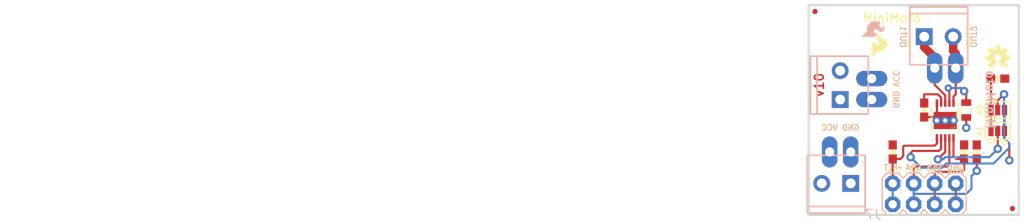
<source format=kicad_pcb>
(kicad_pcb (version 20211014) (generator pcbnew)
  (layers (0 "F.Cu" signal) (1 "In1.Cu" signal) (2 "In2.Cu" signal) (31 "B.Cu" signal) (34 "B.Paste" user) (35 "F.Paste" user) (36 "B.SilkS" user "B.Silkscreen") (37 "F.SilkS" user "F.Silkscreen") (38 "B.Mask" user) (39 "F.Mask" user) (44 "Edge.Cuts" user))
  (net 0 "")
  (net 1 "VCC")
  (net 2 "GND")
  (net 3 "~{FAULT}")
  (net 4 "SCL")
  (net 5 "SDA")
  (net 6 "A0")
  (net 7 "A1")
  (net 8 "N$3")
  (net 9 "OUT1")
  (net 10 "OUT2")
  (net 11 "N$1")
  (footprint "boardEagle:0603-RES" (layer "F.Cu") (at 145.9611 110.0836 90)
    (fp_text reference "R4" (at -0.889 -0.762 90) (layer "F.SilkS") (effects (font (size 0.373888 0.373888) (thickness 0.032512)) (justify left bottom)))
    (fp_text value "10K")
    (fp_poly (pts (xy -0.2286 0.381) (xy 0.2286 0.381) (xy 0.2286 -0.381) (xy -0.2286 -0.381)) (layer "F.SilkS") (width 0) (fill solid))
    (pad "1" smd rect (at -0.85 0 90) (size 1.1 1) (layers "F.Cu" "F.Paste" "F.Mask") (net 3 "~{FAULT}"))
    (pad "2" smd rect (at 0.85 0 90) (size 1.1 1) (layers "F.Cu" "F.Paste" "F.Mask") (net 1 "VCC"))
  )
  (footprint "boardEagle:MICRO-FIDUCIAL" (layer "F.Cu") (at 160.4391 116.9416)
    (fp_text reference "FID2" hide)
    (fp_text value "FIDUCIALUFIDUCIAL" hide)
    (pad "1" smd roundrect (at 0 0) (size 0.635 0.635) (layers "F.Cu" "F.Mask") (roundrect_rratio 0.5))
  )
  (footprint "boardEagle:MSOP-10-GNDPAD" (layer "F.Cu") (at 152.3111 106.2736 180)
    (fp_text reference "U1" (at -1.35 -0.7 180) (layer "F.SilkS") (effects (font (size 0.373888 0.373888) (thickness 0.032512)) (justify right top)))
    (fp_text value "DRV8830")
    (fp_line (start -1.6508 -1.5) (end -1.6508 1.5) (layer "F.SilkS") (width 0.127))
    (fp_line (start 1.6508 -1.5) (end 1.6508 1.5) (layer "F.SilkS") (width 0.127))
    (fp_circle (center -1.5494 1.9812) (end -1.4927 1.9812) (layer "F.SilkS") (width 0.127) (fill none))
    (pad "1" smd rect (at -1 2.1095 180) (size 0.305 0.889) (layers "F.Cu" "F.Paste" "F.Mask") (net 10 "OUT2"))
    (pad "2" smd rect (at -0.5 2.1095 180) (size 0.305 0.889) (layers "F.Cu" "F.Paste" "F.Mask") (net 8 "N$3"))
    (pad "3" smd rect (at 0 2.1095 180) (size 0.305 0.889) (layers "F.Cu" "F.Paste" "F.Mask") (net 9 "OUT1"))
    (pad "4" smd rect (at 0.5 2.1095 180) (size 0.305 0.889) (layers "F.Cu" "F.Paste" "F.Mask") (net 1 "VCC"))
    (pad "5" smd rect (at 1 2.1095 180) (size 0.305 0.889) (layers "F.Cu" "F.Paste" "F.Mask") (net 2 "GND"))
    (pad "6" smd rect (at 1 -2.1095 180) (size 0.305 0.889) (layers "F.Cu" "F.Paste" "F.Mask") (net 3 "~{FAULT}"))
    (pad "7" smd rect (at 0.5 -2.1095 180) (size 0.305 0.889) (layers "F.Cu" "F.Paste" "F.Mask") (net 6 "A0"))
    (pad "8" smd rect (at 0 -2.1095 180) (size 0.305 0.889) (layers "F.Cu" "F.Paste" "F.Mask") (net 7 "A1"))
    (pad "9" smd rect (at -0.5 -2.1095 180) (size 0.305 0.889) (layers "F.Cu" "F.Paste" "F.Mask") (net 5 "SDA"))
    (pad "10" smd rect (at -1 -2.1095 180) (size 0.305 0.889) (layers "F.Cu" "F.Paste" "F.Mask") (net 4 "SCL"))
    (pad "GND" smd rect (at 0 0 180) (size 2.794 2.083) (layers "F.Cu" "F.Mask") (net 2 "GND"))
  )
  (footprint "boardEagle:0805" (layer "F.Cu") (at 154.8511 105.0036 90)
    (fp_text reference "R3" (at -0.762 -0.8255 90) (layer "F.SilkS") (effects (font (size 0.373888 0.373888) (thickness 0.032512)) (justify left bottom)))
    (fp_text value "0.22")
    (fp_line (start -0.3 -0.6) (end 0.3 -0.6) (layer "F.SilkS") (width 0.1524))
    (fp_line (start -0.3 0.6) (end 0.3 0.6) (layer "F.SilkS") (width 0.1524))
    (pad "1" smd rect (at -0.9 0 90) (size 0.8 1.2) (layers "F.Cu" "F.Paste" "F.Mask") (net 2 "GND"))
    (pad "2" smd rect (at 0.9 0 90) (size 0.8 1.2) (layers "F.Cu" "F.Paste" "F.Mask") (net 8 "N$3"))
  )
  (footprint "boardEagle:0603-RES" (layer "F.Cu") (at 154.5971 110.0836 90)
    (fp_text reference "R1" (at -0.889 -0.762 90) (layer "F.SilkS") (effects (font (size 0.373888 0.373888) (thickness 0.032512)) (justify left bottom)))
    (fp_text value "1K")
    (fp_poly (pts (xy -0.2286 0.381) (xy 0.2286 0.381) (xy 0.2286 -0.381) (xy -0.2286 -0.381)) (layer "F.SilkS") (width 0) (fill solid))
    (pad "1" smd rect (at -0.85 0 90) (size 1.1 1) (layers "F.Cu" "F.Paste" "F.Mask") (net 4 "SCL"))
    (pad "2" smd rect (at 0.85 0 90) (size 1.1 1) (layers "F.Cu" "F.Paste" "F.Mask") (net 1 "VCC"))
  )
  (footprint "boardEagle:SFE-LOGO-FLAME" (layer "F.Cu") (at 143.4211 98.6536)
    (fp_text reference "LOGO1" hide)
    (fp_text value "LOGO-SFESK" hide)
    (fp_poly (pts (xy 1.126002 -2.808203) (xy 1.215449 -2.785829) (xy 1.228477 -2.780783) (xy 1.240149 -2.774875) (xy 1.25686 -2.766576) (xy 1.275552 -2.759834) (xy 1.371694 -2.7026) (xy 1.3793 -2.7026) (xy 1.3793 -2.6772) (xy 1.306833 -2.6772) (xy 1.208418 -2.657914) (xy 1.074855 -2.495286) (xy 1.079365 -2.436825) (xy 1.12809 -2.341869) (xy 1.204666 -2.265196) (xy 1.294069 -2.200638) (xy 1.369348 -2.168824) (xy 1.450737 -2.171632) (xy 1.458864 -2.174186) (xy 1.466257 -2.177389) (xy 1.530514 -2.236956) (xy 1.5368 -2.259812) (xy 1.5368 -2.377938) (xy 1.763707 -2.148127) (xy 1.868186 -1.856841) (xy 1.871603 -1.856894) (xy 1.87806 -1.650435) (xy 1.848857 -1.45742) (xy 1.785308 -1.272842) (xy 1.6663 -1.061578) (xy 1.6663 -1.080581) (xy 1.378131 -0.80901) (xy 0.982239 -0.6985) (xy 0.753005 -0.6985) (xy 0.716201 -0.692046) (xy 0.681776 -0.679592) (xy 0.496322 -0.541784) (xy -0.0126 0.03091) (xy -0.0126 -1.52077) (xy 0.060004 -1.761967) (xy 0.168295 -1.865489) (xy 0.307122 -1.917522) (xy 0.4039 -1.925089) (xy 0.499384 -1.917623) (xy 0.55991 -1.908099) (xy 0.557788 -1.884433) (xy 0.522216 -1.885242) (xy 0.501784 -1.876141) (xy 0.420519 -1.817154) (xy 0.400722 -1.79067) (xy 0.390395 -1.7285) (xy 0.400905 -1.665229) (xy 0.421405 -1.625174) (xy 0.452343 -1.592685) (xy 0.546535 -1.54355) (xy 0.652229 -1.531742) (xy 0.742768 -1.550084) (xy 0.82422 -1.589656) (xy 0.92203 -1.754659) (xy 0.907706 -1.848844) (xy 0.850914 -1.930401) (xy 0.584707 -2.263237) (xy 0.561667 -2.510855) (xy 0.627495 -2.621556) (xy 0.629042 -2.623103) (xy 0.778901 -2.74712) (xy 1.032676 -2.817064)) (layer "F.SilkS") (width 0) (fill solid))
  )
  (footprint "boardEagle:CREATIVE_COMMONS" (layer "F.Cu") (at 58.3311 106.2736)
    (fp_text reference "FRAME1" hide)
    (fp_text value "FRAME-LETTER" hide)
  )
  (footprint "boardEagle:0603-RES" (layer "F.Cu") (at 158.6611 101.1936)
    (fp_text reference "R5" (at -0.889 -0.762) (layer "F.SilkS") (effects (font (size 0.373888 0.373888) (thickness 0.032512)) (justify left bottom)))
    (fp_text value "10K")
    (fp_poly (pts (xy -0.2286 0.381) (xy 0.2286 0.381) (xy 0.2286 -0.381) (xy -0.2286 -0.381)) (layer "F.SilkS") (width 0) (fill solid))
    (pad "1" smd rect (at -0.85 0) (size 1.1 1) (layers "F.Cu" "F.Paste" "F.Mask") (net 11 "N$1"))
    (pad "2" smd rect (at 0.85 0) (size 1.1 1) (layers "F.Cu" "F.Paste" "F.Mask") (net 1 "VCC"))
  )
  (footprint "boardEagle:OSHW-LOGO-S" (layer "F.Cu") (at 158.6611 98.6536)
    (fp_text reference "LOGO2" hide)
    (fp_text value "OSHW-LOGOS" hide)
    (fp_poly (pts (xy 0.301647 -1.061351) (xy 0.42347 -1.022344) (xy 0.537177 -0.963769) (xy 0.92862 -1.282946) (xy 1.282946 -0.92862) (xy 0.961035 -0.533823) (xy 1.057046 -0.302084) (xy 1.5638 -0.250561) (xy 1.5638 0.250561) (xy 1.057046 0.302084) (xy 0.961035 0.533823) (xy 1.282946 0.92862) (xy 0.92862 1.282946) (xy 0.537177 0.96377) (xy 0.356601 1.056794) (xy 0.088679 0.410073) (xy 0.326262 0.2176) (xy 0.373649 0.121468) (xy 0.392729 0.010339) (xy 0.379464 -0.101634) (xy 0.334947 -0.205229) (xy 0.262842 -0.291918) (xy 0.169087 -0.354561) (xy 0.061406 -0.387999) (xy -0.051342 -0.38948) (xy -0.159868 -0.358881) (xy -0.255234 -0.298724) (xy -0.329589 -0.213962) (xy -0.376813 -0.111569) (xy -0.392176 -0.005767) (xy -0.322923 0.222565) (xy -0.249312 0.303773) (xy 0.091677 0.5081) (xy -0.12929 0.5081) (xy -0.355332 1.053732) (xy -0.506597 0.983577) (xy -0.538922 0.965192) (xy -0.92862 1.282946) (xy -1.282946 0.92862) (xy -0.961035 0.533823) (xy -1.057046 0.302084) (xy -1.5638 0.250561) (xy -1.5638 -0.250561) (xy -1.057046 -0.302084) (xy -0.961035 -0.533823) (xy -1.282946 -0.92862) (xy -0.92862 -1.282946) (xy -0.533823 -0.961035) (xy -0.302084 -1.057046) (xy -0.250561 -1.5638) (xy 0.250561 -1.5638)) (layer "F.SilkS") (width 0) (fill solid))
  )
  (footprint "boardEagle:SJ_3_PASTE1&2" (layer "F.Cu") (at 158.6611 105.0036)
    (fp_text reference "JP1" (at -1.27 -1.27) (layer "F.SilkS") (effects (font (size 0.373888 0.373888) (thickness 0.032512)) (justify left bottom)))
    (fp_text value "JUMPER-31-2")
    (fp_line (start 1.27 1.016) (end -1.27 1.016) (layer "F.SilkS") (width 0.1524))
    (fp_line (start -1.27 -1.016) (end 1.27 -1.016) (layer "F.SilkS") (width 0.1524))
    (fp_line (start -1.524 0.762) (end -1.524 -0.762) (layer "F.SilkS") (width 0.1524))
    (fp_line (start 1.524 0.762) (end 1.524 -0.762) (layer "F.SilkS") (width 0.1524))
    (fp_arc (start -1.27 1.016) (mid -1.449605 0.941605) (end -1.524 0.762) (layer "F.SilkS") (width 0.1524))
    (fp_arc (start 1.524 0.762) (mid 1.449605 0.941605) (end 1.27 1.016) (layer "F.SilkS") (width 0.1524))
    (fp_arc (start 1.27 -1.016) (mid 1.449605 -0.941605) (end 1.524 -0.762) (layer "F.SilkS") (width 0.1524))
    (fp_arc (start -1.524 -0.762) (mid -1.449605 -0.941605) (end -1.27 -1.016) (layer "F.SilkS") (width 0.1524))
    (pad "1" smd rect (at -0.8128 0) (size 0.635 1.27) (layers "F.Cu" "F.Mask") (net 11 "N$1"))
    (pad "2" smd rect (at 0 0) (size 0.635 1.27) (layers "F.Cu" "F.Mask") (net 6 "A0"))
    (pad "3" smd rect (at 0.8128 0) (size 0.635 1.27) (layers "F.Cu" "F.Mask") (net 2 "GND"))
  )
  (footprint "boardEagle:0603-CAP" (layer "F.Cu") (at 149.7711 105.0036 90)
    (fp_text reference "C1" (at -0.889 -0.762 90) (layer "F.SilkS") (effects (font (size 0.373888 0.373888) (thickness 0.032512)) (justify left bottom)))
    (fp_text value "0.1uF")
    (fp_line (start 0 -0.0305) (end 0 0.0305) (layer "F.SilkS") (width 0.5588))
    (pad "1" smd rect (at -0.85 0 90) (size 1.1 1) (layers "F.Cu" "F.Paste" "F.Mask") (net 2 "GND"))
    (pad "2" smd rect (at 0.85 0 90) (size 1.1 1) (layers "F.Cu" "F.Paste" "F.Mask") (net 1 "VCC"))
  )
  (footprint "boardEagle:SJ_3_PASTE1&2" (layer "F.Cu") (at 158.6611 107.5436)
    (fp_text reference "JP2" (at -1.27 -1.27) (layer "F.SilkS") (effects (font (size 0.373888 0.373888) (thickness 0.032512)) (justify left bottom)))
    (fp_text value "JUMPER-31-2")
    (fp_line (start 1.524 0.762) (end 1.524 -0.762) (layer "F.SilkS") (width 0.1524))
    (fp_line (start -1.27 -1.016) (end 1.27 -1.016) (layer "F.SilkS") (width 0.1524))
    (fp_line (start -1.524 0.762) (end -1.524 -0.762) (layer "F.SilkS") (width 0.1524))
    (fp_line (start 1.27 1.016) (end -1.27 1.016) (layer "F.SilkS") (width 0.1524))
    (fp_arc (start 1.27 -1.016) (mid 1.449605 -0.941605) (end 1.524 -0.762) (layer "F.SilkS") (width 0.1524))
    (fp_arc (start 1.524 0.762) (mid 1.449605 0.941605) (end 1.27 1.016) (layer "F.SilkS") (width 0.1524))
    (fp_arc (start -1.27 1.016) (mid -1.449605 0.941605) (end -1.524 0.762) (layer "F.SilkS") (width 0.1524))
    (fp_arc (start -1.524 -0.762) (mid -1.449605 -0.941605) (end -1.27 -1.016) (layer "F.SilkS") (width 0.1524))
    (pad "1" smd rect (at -0.8128 0) (size 0.635 1.27) (layers "F.Cu" "F.Mask") (net 11 "N$1"))
    (pad "2" smd rect (at 0 0) (size 0.635 1.27) (layers "F.Cu" "F.Mask") (net 7 "A1"))
    (pad "3" smd rect (at 0.8128 0) (size 0.635 1.27) (layers "F.Cu" "F.Mask") (net 2 "GND"))
  )
  (footprint "boardEagle:0603-RES" (layer "F.Cu") (at 156.1211 110.0836 90)
    (fp_text reference "R2" (at -0.889 -0.762 90) (layer "F.SilkS") (effects (font (size 0.373888 0.373888) (thickness 0.032512)) (justify left bottom)))
    (fp_text value "1K")
    (fp_poly (pts (xy -0.2286 0.381) (xy 0.2286 0.381) (xy 0.2286 -0.381) (xy -0.2286 -0.381)) (layer "F.SilkS") (width 0) (fill solid))
    (pad "1" smd rect (at -0.85 0 90) (size 1.1 1) (layers "F.Cu" "F.Paste" "F.Mask") (net 5 "SDA"))
    (pad "2" smd rect (at 0.85 0 90) (size 1.1 1) (layers "F.Cu" "F.Paste" "F.Mask") (net 1 "VCC"))
  )
  (footprint "boardEagle:STAND-OFF" (layer "F.Cu") (at 138.3411 94.8436)
    (fp_text reference "STANDOFF1" hide)
    (fp_text value "STAND-OFF" hide)
    (pad "" np_thru_hole circle (at 0 0) (size 3.302 3.302) (drill 3.302) (layers *.Cu *.Mask))
  )
  (footprint "boardEagle:STAND-OFF" (layer "F.Cu") (at 158.6611 115.1636)
    (fp_text reference "STANDOFF3" hide)
    (fp_text value "STAND-OFF" hide)
    (pad "" np_thru_hole circle (at 0 0) (size 3.302 3.302) (drill 3.302) (layers *.Cu *.Mask))
  )
  (footprint "boardEagle:1X02_LONGPADS" (layer "F.Cu") (at 143.4211 103.7336 90)
    (fp_text reference "J3" hide)
    (fp_text value "M02PTH3" hide)
    (pad "1" thru_hole oval (at 0 0 180) (size 3.7592 1.8796) (drill 1.1176) (layers *.Cu *.Mask) (net 2 "GND"))
    (pad "2" thru_hole oval (at 2.54 0 180) (size 3.7592 1.8796) (drill 1.1176) (layers *.Cu *.Mask) (net 1 "VCC"))
  )
  (footprint "boardEagle:STAND-OFF" (layer "F.Cu") (at 158.6611 94.8436)
    (fp_text reference "STANDOFF2" hide)
    (fp_text value "STAND-OFF" hide)
    (pad "" np_thru_hole circle (at 0 0) (size 3.302 3.302) (drill 3.302) (layers *.Cu *.Mask))
  )
  (footprint "boardEagle:MICRO-FIDUCIAL" (layer "F.Cu") (at 136.5631 93.0656)
    (fp_text reference "FID1" hide)
    (fp_text value "FIDUCIALUFIDUCIAL" hide)
    (pad "1" smd roundrect (at 0 0) (size 0.635 0.635) (layers "F.Cu" "F.Mask") (roundrect_rratio 0.5))
  )
  (footprint "boardEagle:2X4" (layer "B.Cu") (at 149.7711 115.1636)
    (fp_text reference "J7" (at -5.08 3.175 180) (layer "B.SilkS") (effects (font (size 1.143 1.143) (thickness 0.127)) (justify left bottom mirror)))
    (fp_text value "M04X2")
    (fp_line (start -5.08 1.905) (end -4.445 2.54) (layer "B.SilkS") (width 0.1524))
    (fp_line (start -2.54 -1.905) (end -1.905 -2.54) (layer "B.SilkS") (width 0.1524))
    (fp_line (start 3.175 2.54) (end 4.445 2.54) (layer "B.SilkS") (width 0.1524))
    (fp_line (start -2.54 1.905) (end -1.905 2.54) (layer "B.SilkS") (width 0.1524))
    (fp_line (start -4.445 2.54) (end -3.175 2.54) (layer "B.SilkS") (width 0.1524))
    (fp_line (start -1.905 -2.54) (end -0.635 -2.54) (layer "B.SilkS") (width 0.1524))
    (fp_line (start -5.08 -1.905) (end -4.445 -2.54) (layer "B.SilkS") (width 0.1524))
    (fp_line (start 2.54 -1.905) (end 3.175 -2.54) (layer "B.SilkS") (width 0.1524))
    (fp_line (start 1.905 2.54) (end 2.54 1.905) (layer "B.SilkS") (width 0.1524))
    (fp_line (start 1.905 -2.54) (end 2.54 -1.905) (layer "B.SilkS") (width 0.1524))
    (fp_line (start 2.54 1.905) (end 3.175 2.54) (layer "B.SilkS") (width 0.1524))
    (fp_line (start -3.175 2.54) (end -2.54 1.905) (layer "B.SilkS") (width 0.1524))
    (fp_line (start -3.175 -2.54) (end -2.54 -1.905) (layer "B.SilkS") (width 0.1524))
    (fp_line (start 4.445 -2.54) (end 5.08 -1.905) (layer "B.SilkS") (width 0.1524))
    (fp_line (start 0 -1.905) (end 0.635 -2.54) (layer "B.SilkS") (width 0.1524))
    (fp_line (start -1.905 2.54) (end -0.635 2.54) (layer "B.SilkS") (width 0.1524))
    (fp_line (start -5.08 -1.905) (end -5.08 1.905) (layer "B.SilkS") (width 0.1524))
    (fp_line (start 3.175 -2.54) (end 4.445 -2.54) (layer "B.SilkS") (width 0.1524))
    (fp_line (start -4.445 -2.54) (end -3.175 -2.54) (layer "B.SilkS") (width 0.1524))
    (fp_line (start 4.445 2.54) (end 5.08 1.905) (layer "B.SilkS") (width 0.1524))
    (fp_line (start -0.635 2.54) (end 0 1.905) (layer "B.SilkS") (width 0.1524))
    (fp_line (start 0.635 -2.54) (end 1.905 -2.54) (layer "B.SilkS") (width 0.1524))
    (fp_line (start 0 1.905) (end 0.635 2.54) (layer "B.SilkS") (width 0.1524))
    (fp_line (start 5.08 1.905) (end 5.08 -1.905) (layer "B.SilkS") (width 0.1524))
    (fp_line (start -0.635 -2.54) (end 0 -1.905) (layer "B.SilkS") (width 0.1524))
    (fp_line (start 0.635 2.54) (end 1.905 2.54) (layer "B.SilkS") (width 0.1524))
    (pad "1" thru_hole roundrect (at -3.81 -1.27) (size 1.8796 1.8796) (drill 1.016) (layers *.Cu *.Mask) (chamfer_ratio 0.2928932188) (chamfer top_left top_right bottom_left bottom_right) (net 3 "~{FAULT}"))
    (pad "2" thru_hole roundrect (at -3.81 1.27) (size 1.8796 1.8796) (drill 1.016) (layers *.Cu *.Mask) (chamfer_ratio 0.2928932188) (chamfer top_left top_right bottom_left bottom_right) (net 3 "~{FAULT}"))
    (pad "3" thru_hole roundrect (at -1.27 -1.27) (size 1.8796 1.8796) (drill 1.016) (layers *.Cu *.Mask) (chamfer_ratio 0.2928932188) (chamfer top_left top_right bottom_left bottom_right) (net 5 "SDA"))
    (pad "4" thru_hole roundrect (at -1.27 1.27) (size 1.8796 1.8796) (drill 1.016) (layers *.Cu *.Mask) (chamfer_ratio 0.2928932188) (chamfer top_left top_right bottom_left bottom_right) (net 5 "SDA"))
    (pad "5" thru_hole roundrect (at 1.27 -1.27) (size 1.8796 1.8796) (drill 1.016) (layers *.Cu *.Mask) (chamfer_ratio 0.2928932188) (chamfer top_left top_right bottom_left bottom_right) (net 4 "SCL"))
    (pad "6" thru_hole roundrect (at 1.27 1.27) (size 1.8796 1.8796) (drill 1.016) (layers *.Cu *.Mask) (chamfer_ratio 0.2928932188) (chamfer top_left top_right bottom_left bottom_right) (net 4 "SCL"))
    (pad "7" thru_hole roundrect (at 3.81 -1.27) (size 1.8796 1.8796) (drill 1.016) (layers *.Cu *.Mask) (chamfer_ratio 0.2928932188) (chamfer top_left top_right bottom_left bottom_right) (net 2 "GND"))
    (pad "8" thru_hole roundrect (at 3.81 1.27) (size 1.8796 1.8796) (drill 1.016) (layers *.Cu *.Mask) (chamfer_ratio 0.2928932188) (chamfer top_left top_right bottom_left bottom_right) (net 2 "GND"))
  )
  (footprint "boardEagle:SFE-LOGO-FLAME" (layer "B.Cu") (at 142.1511 96.1136 90)
    (fp_text reference "LOGO3" hide)
    (fp_text value "LOGO-SFESK" hide)
    (fp_poly (pts (xy 1.126002 2.808203) (xy 1.215449 2.785829) (xy 1.228477 2.780783) (xy 1.240149 2.774875) (xy 1.25686 2.766576) (xy 1.275552 2.759834) (xy 1.371694 2.7026) (xy 1.3793 2.7026) (xy 1.3793 2.6772) (xy 1.306833 2.6772) (xy 1.208418 2.657914) (xy 1.074855 2.495286) (xy 1.079365 2.436825) (xy 1.12809 2.341869) (xy 1.204666 2.265196) (xy 1.294069 2.200638) (xy 1.369348 2.168824) (xy 1.450737 2.171632) (xy 1.458864 2.174186) (xy 1.466257 2.177389) (xy 1.530514 2.236956) (xy 1.5368 2.259812) (xy 1.5368 2.377938) (xy 1.763707 2.148127) (xy 1.868186 1.856841) (xy 1.871603 1.856894) (xy 1.87806 1.650435) (xy 1.848857 1.45742) (xy 1.785308 1.272842) (xy 1.6663 1.061578) (xy 1.6663 1.080581) (xy 1.378131 0.80901) (xy 0.982239 0.6985) (xy 0.753005 0.6985) (xy 0.716201 0.692046) (xy 0.681776 0.679592) (xy 0.496322 0.541784) (xy -0.0126 -0.03091) (xy -0.0126 1.52077) (xy 0.060004 1.761967) (xy 0.168295 1.865489) (xy 0.307122 1.917522) (xy 0.4039 1.925089) (xy 0.499384 1.917623) (xy 0.55991 1.908099) (xy 0.557788 1.884433) (xy 0.522216 1.885242) (xy 0.501784 1.876141) (xy 0.420519 1.817154) (xy 0.400722 1.79067) (xy 0.390395 1.7285) (xy 0.400905 1.665229) (xy 0.421405 1.625174) (xy 0.452343 1.592685) (xy 0.546535 1.54355) (xy 0.652229 1.531742) (xy 0.742768 1.550084) (xy 0.82422 1.589656) (xy 0.92203 1.754659) (xy 0.907706 1.848844) (xy 0.850914 1.930401) (xy 0.584707 2.263237) (xy 0.561667 2.510855) (xy 0.627495 2.621556) (xy 0.629042 2.623103) (xy 0.778901 2.74712) (xy 1.032676 2.817064)) (layer "B.SilkS") (width 0) (fill solid))
  )
  (footprint "boardEagle:SCREWTERMINAL-3.5MM-2" (layer "B.Cu") (at 140.8811 113.8936 180)
    (fp_text reference "J2" (at -1.27 2.54) (layer "B.SilkS") (effects (font (size 0.373888 0.373888) (thickness 0.032512)) (justify right top mirror)))
    (fp_text value "M023.5MM")
    (fp_line (start 5.25 -2.8) (end 5.25 -3.6) (layer "B.SilkS") (width 0.2032))
    (fp_line (start 5.25 -2.8) (end -1.75 -2.8) (layer "B.SilkS") (width 0.2032))
    (fp_line (start -1.75 -2.8) (end -1.75 3.4) (layer "B.SilkS") (width 0.2032))
    (fp_line (start -1.75 3.4) (end 5.25 3.4) (layer "B.SilkS") (width 0.2032))
    (fp_line (start -1.75 -3.6) (end -1.75 -2.8) (layer "B.SilkS") (width 0.2032))
    (fp_line (start 5.25 -3.6) (end -1.75 -3.6) (layer "B.SilkS") (width 0.2032))
    (fp_line (start 5.25 3.4) (end 5.25 -2.8) (layer "B.SilkS") (width 0.2032))
    (pad "1" thru_hole rect (at 0 0 180) (size 2.032 2.032) (drill 1.2) (layers *.Cu *.Mask) (net 2 "GND"))
    (pad "2" thru_hole circle (at 3.5 0 180) (size 2.032 2.032) (drill 1.2) (layers *.Cu *.Mask) (net 1 "VCC"))
  )
  (footprint "boardEagle:SCREWTERMINAL-3.5MM-2" (layer "B.Cu") (at 139.6111 103.7336 90)
    (fp_text reference "J4" (at -1.27 2.54 270) (layer "B.SilkS") (effects (font (size 0.373888 0.373888) (thickness 0.032512)) (justify left bottom mirror)))
    (fp_text value "M023.5MM")
    (fp_line (start 5.25 -2.8) (end 5.25 -3.6) (layer "B.SilkS") (width 0.2032))
    (fp_line (start 5.25 -3.6) (end -1.75 -3.6) (layer "B.SilkS") (width 0.2032))
    (fp_line (start 5.25 3.4) (end 5.25 -2.8) (layer "B.SilkS") (width 0.2032))
    (fp_line (start 5.25 -2.8) (end -1.75 -2.8) (layer "B.SilkS") (width 0.2032))
    (fp_line (start -1.75 -3.6) (end -1.75 -2.8) (layer "B.SilkS") (width 0.2032))
    (fp_line (start -1.75 3.4) (end 5.25 3.4) (layer "B.SilkS") (width 0.2032))
    (fp_line (start -1.75 -2.8) (end -1.75 3.4) (layer "B.SilkS") (width 0.2032))
    (pad "1" thru_hole rect (at 0 0 90) (size 2.032 2.032) (drill 1.2) (layers *.Cu *.Mask) (net 2 "GND"))
    (pad "2" thru_hole circle (at 3.5 0 90) (size 2.032 2.032) (drill 1.2) (layers *.Cu *.Mask) (net 1 "VCC"))
  )
  (footprint "boardEagle:1X02_LONGPADS" (layer "B.Cu") (at 151.0411 99.9236)
    (fp_text reference "J5" hide)
    (fp_text value "M02PTH3" hide)
    (pad "1" thru_hole oval (at 0 0 270) (size 3.7592 1.8796) (drill 1.1176) (layers *.Cu *.Mask) (net 9 "OUT1"))
    (pad "2" thru_hole oval (at 2.54 0 270) (size 3.7592 1.8796) (drill 1.1176) (layers *.Cu *.Mask) (net 10 "OUT2"))
  )
  (footprint "boardEagle:SCREWTERMINAL-3.5MM-2" (layer "B.Cu") (at 149.7711 96.1136)
    (fp_text reference "J6" (at -1.27 2.54 180) (layer "B.SilkS") (effects (font (size 0.373888 0.373888) (thickness 0.032512)) (justify left bottom mirror)))
    (fp_text value "M023.5MM")
    (fp_line (start -1.75 3.4) (end 5.25 3.4) (layer "B.SilkS") (width 0.2032))
    (fp_line (start -1.75 -3.6) (end -1.75 -2.8) (layer "B.SilkS") (width 0.2032))
    (fp_line (start -1.75 -2.8) (end -1.75 3.4) (layer "B.SilkS") (width 0.2032))
    (fp_line (start 5.25 3.4) (end 5.25 -2.8) (layer "B.SilkS") (width 0.2032))
    (fp_line (start 5.25 -2.8) (end 5.25 -3.6) (layer "B.SilkS") (width 0.2032))
    (fp_line (start 5.25 -3.6) (end -1.75 -3.6) (layer "B.SilkS") (width 0.2032))
    (fp_line (start 5.25 -2.8) (end -1.75 -2.8) (layer "B.SilkS") (width 0.2032))
    (pad "1" thru_hole rect (at 0 0) (size 2.032 2.032) (drill 1.2) (layers *.Cu *.Mask) (net 9 "OUT1"))
    (pad "2" thru_hole circle (at 3.5 0) (size 2.032 2.032) (drill 1.2) (layers *.Cu *.Mask) (net 10 "OUT2"))
  )
  (footprint "boardEagle:1X02_LONGPADS" (layer "B.Cu") (at 140.8811 110.0836 180)
    (fp_text reference "J1" hide)
    (fp_text value "M02PTH3" hide)
    (pad "1" thru_hole oval (at 0 0 90) (size 3.7592 1.8796) (drill 1.1176) (layers *.Cu *.Mask) (net 2 "GND"))
    (pad "2" thru_hole oval (at 2.54 0 90) (size 3.7592 1.8796) (drill 1.1176) (layers *.Cu *.Mask) (net 1 "VCC"))
  )
  (gr_line (start 161.2011 92.3036) (end 161.2011 117.7036) (layer "Edge.Cuts") (width 0.254))
  (gr_line (start 161.2011 117.7036) (end 135.8011 117.7036) (layer "Edge.Cuts") (width 0.254))
  (gr_line (start 135.8011 117.7036) (end 135.8011 92.3036) (layer "Edge.Cuts") (width 0.254))
  (gr_line (start 135.8011 92.3036) (end 161.2011 92.3036) (layer "Edge.Cuts") (width 0.254))
  (gr_text "v10" (at 137.7061 101.9556 90) (layer "F.Cu") (effects (font (size 1.0795 1.0795) (thickness 0.1905)) (justify bottom)))
  (gr_text "SCL" (at 151.0411 112.3696) (layer "B.SilkS") (effects (font (size 0.69088 0.69088) (thickness 0.12192)) (justify bottom mirror)))
  (gr_text "~FLT" (at 145.9611 112.3696) (layer "B.SilkS") (effects (font (size 0.69088 0.69088) (thickness 0.12192)) (justify bottom mirror)))
  (gr_text "GND" (at 153.5811 112.3696) (layer "B.SilkS") (effects (font (size 0.69088 0.69088) (thickness 0.12192)) (justify bottom mirror)))
  (gr_text "OUT2" (at 156.1211 96.1136 -90) (layer "B.SilkS") (effects (font (size 0.69088 0.69088) (thickness 0.12192)) (justify top mirror)))
  (gr_text "VCC" (at 138.3411 107.5436) (layer "B.SilkS") (effects (font (size 0.69088 0.69088) (thickness 0.12192)) (justify bottom mirror)))
  (gr_text "GND" (at 145.9611 103.7336 -90) (layer "B.SilkS") (effects (font (size 0.69088 0.69088) (thickness 0.12192)) (justify bottom mirror)))
  (gr_text "MiniMoto" (at 157.1371 103.7336 -90) (layer "B.SilkS") (effects (font (size 1.0795 1.0795) (thickness 0.1905)) (justify bottom mirror)))
  (gr_text "VCC" (at 145.9611 101.1936 -90) (layer "B.SilkS") (effects (font (size 0.69088 0.69088) (thickness 0.12192)) (justify bottom mirror)))
  (gr_text "GND" (at 140.8811 107.5436) (layer "B.SilkS") (effects (font (size 0.69088 0.69088) (thickness 0.12192)) (justify bottom mirror)))
  (gr_text "OUT1" (at 147.6121 96.1136 -90) (layer "B.SilkS") (effects (font (size 0.69088 0.69088) (thickness 0.12192)) (justify top mirror)))
  (gr_text "SDA" (at 148.5011 112.3696) (layer "B.SilkS") (effects (font (size 0.69088 0.69088) (thickness 0.12192)) (justify bottom mirror)))
  (gr_text "SCL" (at 151.0411 112.6236) (layer "F.SilkS") (effects (font (size 0.69088 0.69088) (thickness 0.12192)) (justify bottom)))
  (gr_text "GND" (at 153.5811 112.6236) (layer "F.SilkS") (effects (font (size 0.69088 0.69088) (thickness 0.12192)) (justify bottom)))
  (gr_text "VCC" (at 145.9611 101.1936 90) (layer "F.SilkS") (effects (font (size 0.69088 0.69088) (thickness 0.12192)) (justify top)))
  (gr_text "1" (at 158.2801 108.9406 90) (layer "F.SilkS") (effects (font (size 0.69088 0.69088) (thickness 0.12192)) (justify bottom)))
  (gr_text "MiniMoto" (at 145.8341 94.4626) (layer "F.SilkS") (effects (font (size 1.0795 1.0795) (thickness 0.1905)) (justify bottom)))
  (gr_text "SDA" (at 148.5011 112.6236) (layer "F.SilkS") (effects (font (size 0.69088 0.69088) (thickness 0.12192)) (justify bottom)))
  (gr_text "A1" (at 156.8831 107.5436 90) (layer "F.SilkS") (effects (font (size 0.69088 0.69088) (thickness 0.12192)) (justify bottom)))
  (gr_text "0" (at 159.9311 108.9406 90) (layer "F.SilkS") (effects (font (size 0.69088 0.69088) (thickness 0.12192)) (justify bottom)))
  (gr_text "VCC" (at 138.3411 107.5436) (layer "F.SilkS") (effects (font (size 0.69088 0.69088) (thickness 0.12192)) (justify bottom)))
  (gr_text "~FLT" (at 145.9611 112.6236) (layer "F.SilkS") (effects (font (size 0.69088 0.69088) (thickness 0.12192)) (justify bottom)))
  (gr_text "GND" (at 140.8811 107.5436) (layer "F.SilkS") (effects (font (size 0.69088 0.69088) (thickness 0.12192)) (justify bottom)))
  (gr_text "OUT2" (at 154.8511 96.1136 90) (layer "F.SilkS") (effects (font (size 0.69088 0.69088) (thickness 0.12192)) (justify top)))
  (gr_text "GND" (at 145.9611 103.7336 90) (layer "F.SilkS") (effects (font (size 0.69088 0.69088) (thickness 0.12192)) (justify top)))
  (gr_text "A0" (at 156.8831 105.0036 90) (layer "F.SilkS") (effects (font (size 0.69088 0.69088) (thickness 0.12192)) (justify bottom)))
  (gr_text "OUT1" (at 148.1201 96.1136 90) (layer "F.SilkS") (effects (font (size 0.69088 0.69088) (thickness 0.12192)) (justify bottom)))
  (segment (start 151.8111 103.4876) (end 151.4221 103.0986) (width 0.254) (layer "F.Cu") (net 1))
  (segment (start 151.4221 103.0986) (end 149.7711 103.0986) (width 0.254) (layer "F.Cu") (net 1))
  (segment (start 151.8111 104.1641) (end 151.8111 103.4876) (width 0.254) (layer "F.Cu") (net 1))
  (segment (start 149.7711 103.0986) (end 149.7711 104.1536) (width 0.254) (layer "F.Cu") (net 1))
  (segment (start 154.8511 105.9036) (end 154.8511 107.1626) (width 0.254) (layer "F.Cu") (net 2))
  (segment (start 151.3111 105.4176) (end 150.8751 105.8536) (width 0.254) (layer "F.Cu") (net 2))
  (segment (start 153.5811 113.8936) (end 153.5811 116.4336) (width 0.254) (layer "F.Cu") (net 2))
  (segment (start 150.8751 105.8536) (end 151.2951 106.2736) (width 0.254) (layer "F.Cu") (net 2))
  (segment (start 160.0581 109.0676) (end 160.0581 111.0996) (width 0.254) (layer "F.Cu") (net 2))
  (segment (start 149.7711 105.8536) (end 150.8751 105.8536) (width 0.254) (layer "F.Cu") (net 2))
  (segment (start 151.3111 104.1641) (end 151.3111 105.4176) (width 0.254) (layer "F.Cu") (net 2))
  (segment (start 159.4739 107.5436) (end 159.4739 105.0036) (width 0.254) (layer "F.Cu") (net 2))
  (segment (start 159.4739 108.4834) (end 160.0581 109.0676) (width 0.254) (layer "F.Cu") (net 2))
  (segment (start 159.4739 107.5436) (end 159.4739 108.4834) (width 0.254) (layer "F.Cu") (net 2))
  (via (at 154.8511 107.1626) (size 1.016) (drill 0.508) (layers "F.Cu" "B.Cu") (net 2))
  (via (at 151.2951 106.2736) (size 1.016) (drill 0.508) (layers "F.Cu" "B.Cu") (net 2))
  (via (at 153.3271 106.2736) (size 1.016) (drill 0.508) (layers "F.Cu" "B.Cu") (net 2))
  (via (at 160.0581 111.0996) (size 1.016) (drill 0.508) (layers "F.Cu" "B.Cu") (net 2))
  (via (at 152.3111 106.2736) (size 1.016) (drill 0.508) (layers "F.Cu" "B.Cu") (net 2))
  (segment (start 147.3581 109.3216) (end 147.2311 109.4486) (width 0.254) (layer "F.Cu") (net 3))
  (segment (start 151.3111 108.3831) (end 151.3111 109.0516) (width 0.254) (layer "F.Cu") (net 3))
  (segment (start 151.0411 109.3216) (end 147.3581 109.3216) (width 0.254) (layer "F.Cu") (net 3))
  (segment (start 145.9611 110.9336) (end 146.8891 110.9336) (width 0.254) (layer "F.Cu") (net 3))
  (segment (start 147.2311 110.5916) (end 146.8891 110.9336) (width 0.254) (layer "F.Cu") (net 3))
  (segment (start 151.3111 109.0516) (end 151.0411 109.3216) (width 0.254) (layer "F.Cu") (net 3))
  (segment (start 145.9611 110.9336) (end 145.9611 113.8936) (width 0.254) (layer "F.Cu") (net 3))
  (segment (start 147.2311 109.4486) (end 147.2311 110.5916) (width 0.254) (layer "F.Cu") (net 3))
  (segment (start 145.9611 116.4336) (end 145.9611 113.8936) (width 0.254) (layer "B.Cu") (net 3))
  (segment (start 154.5971 110.9336) (end 154.5971 112.2426) (width 0.254) (layer "F.Cu") (net 4))
  (segment (start 154.5971 110.9336) (end 153.6691 110.9336) (width 0.254) (layer "F.Cu") (net 4))
  (segment (start 154.3431 112.4966) (end 151.1681 112.4966) (width 0.254) (layer "F.Cu") (net 4))
  (segment (start 153.3111 108.3831) (end 153.3111 110.5756) (width 0.254) (layer "F.Cu") (net 4))
  (segment (start 153.3111 110.5756) (end 153.6691 110.9336) (width 0.254) (layer "F.Cu") (net 4))
  (segment (start 151.0411 112.6236) (end 151.0411 113.8936) (width 0.254) (layer "F.Cu") (net 4))
  (segment (start 151.0411 113.8936) (end 151.0411 116.4336) (width 0.254) (layer "F.Cu") (net 4))
  (segment (start 154.5971 112.2426) (end 154.3431 112.4966) (width 0.254) (layer "F.Cu") (net 4))
  (segment (start 151.1681 112.4966) (end 151.0411 112.6236) (width 0.254) (layer "F.Cu") (net 4))
  (segment (start 156.1211 110.9336) (end 156.1211 112.3696) (width 0.254) (layer "F.Cu") (net 5))
  (segment (start 148.5011 112.1156) (end 148.5011 113.8936) (width 0.254) (layer "F.Cu") (net 5))
  (segment (start 152.8111 108.3831) (end 152.8111 111.6156) (width 0.254) (layer "F.Cu") (net 5))
  (segment (start 148.7551 111.8616) (end 148.5011 112.1156) (width 0.254) (layer "F.Cu") (net 5))
  (segment (start 152.5651 111.8616) (end 148.7551 111.8616) (width 0.254) (layer "F.Cu") (net 5))
  (segment (start 152.8111 111.6156) (end 152.5651 111.8616) (width 0.254) (layer "F.Cu") (net 5))
  (via (at 156.1211 112.3696) (size 1.016) (drill 0.508) (layers "F.Cu" "B.Cu") (net 5))
  (segment (start 154.8511 115.1636) (end 148.5011 115.1636) (width 0.254) (layer "B.Cu") (net 5))
  (segment (start 148.5011 115.1636) (end 148.5011 116.4336) (width 0.254) (layer "B.Cu") (net 5))
  (segment (start 148.5011 113.8936) (end 148.5011 115.1636) (width 0.254) (layer "B.Cu") (net 5))
  (segment (start 156.1211 112.3696) (end 155.4861 113.0046) (width 0.254) (layer "B.Cu") (net 5))
  (segment (start 155.4861 114.5286) (end 154.8511 115.1636) (width 0.254) (layer "B.Cu") (net 5))
  (segment (start 155.4861 113.0046) (end 155.4861 114.5286) (width 0.254) (layer "B.Cu") (net 5))
  (segment (start 158.6611 103.8606) (end 159.4231 103.0986) (width 0.254) (layer "F.Cu") (net 6))
  (segment (start 151.5491 109.9566) (end 148.3741 109.9566) (width 0.254) (layer "F.Cu") (net 6))
  (segment (start 151.8111 108.3831) (end 151.8111 109.6946) (width 0.254) (layer "F.Cu") (net 6))
  (segment (start 148.1201 110.2106) (end 148.1201 110.7186) (width 0.254) (layer "F.Cu") (net 6))
  (segment (start 158.6611 105.0036) (end 158.6611 103.8606) (width 0.254) (layer "F.Cu") (net 6))
  (segment (start 151.8111 109.6946) (end 151.5491 109.9566) (width 0.254) (layer "F.Cu") (net 6))
  (segment (start 148.3741 109.9566) (end 148.1201 110.2106) (width 0.254) (layer "F.Cu") (net 6))
  (via (at 159.4231 103.0986) (size 1.016) (drill 0.508) (layers "F.Cu" "B.Cu") (net 6))
  (via (at 148.1201 110.7186) (size 1.016) (drill 0.508) (layers "F.Cu" "B.Cu") (net 6))
  (segment (start 149.3901 111.9886) (end 148.1201 110.7186) (width 0.254) (layer "B.Cu") (net 6))
  (segment (start 151.9301 111.9886) (end 149.3901 111.9886) (width 0.254) (layer "B.Cu") (net 6))
  (segment (start 159.4231 103.0986) (end 159.4231 108.4326) (width 0.254) (layer "B.Cu") (net 6))
  (segment (start 152.4381 111.4806) (end 151.9301 111.9886) (width 0.254) (layer "B.Cu") (net 6))
  (segment (start 158.1531 111.4806) (end 152.4381 111.4806) (width 0.254) (layer "B.Cu") (net 6))
  (segment (start 160.0581 109.5756) (end 158.1531 111.4806) (width 0.254) (layer "B.Cu") (net 6))
  (segment (start 159.4231 108.4326) (end 160.0581 109.0676) (width 0.254) (layer "B.Cu") (net 6))
  (segment (start 160.0581 109.0676) (end 160.0581 109.5756) (width 0.254) (layer "B.Cu") (net 6))
  (segment (start 152.3111 110.0836) (end 151.4221 110.9726) (width 0.254) (layer "F.Cu") (net 7))
  (segment (start 152.3111 108.3831) (end 152.3111 110.0836) (width 0.254) (layer "F.Cu") (net 7))
  (segment (start 158.6611 109.7026) (end 158.6611 107.5436) (width 0.254) (layer "F.Cu") (net 7))
  (via (at 151.4221 110.9726) (size 1.016) (drill 0.508) (layers "F.Cu" "B.Cu") (net 7))
  (via (at 158.6611 109.7026) (size 1.016) (drill 0.508) (layers "F.Cu" "B.Cu") (net 7))
  (segment (start 152.0571 110.9726) (end 152.3111 110.7186) (width 0.254) (layer "B.Cu") (net 7))
  (segment (start 157.6451 110.7186) (end 158.6611 109.7026) (width 0.254) (layer "B.Cu") (net 7))
  (segment (start 152.3111 110.7186) (end 157.6451 110.7186) (width 0.254) (layer "B.Cu") (net 7))
  (segment (start 151.4221 110.9726) (end 152.0571 110.9726) (width 0.254) (layer "B.Cu") (net 7))
  (segment (start 154.8511 102.9716) (end 154.5971 102.7176) (width 0.254) (layer "F.Cu") (net 8))
  (segment (start 154.8511 104.1036) (end 154.8511 102.9716) (width 0.254) (layer "F.Cu") (net 8))
  (segment (start 152.8111 104.1641) (end 152.8111 102.4716) (width 0.254) (layer "F.Cu") (net 8))
  (segment (start 152.8111 102.4716) (end 152.6921 102.3366) (width 0.254) (layer "F.Cu") (net 8))
  (via (at 154.5971 102.7176) (size 1.016) (drill 0.508) (layers "F.Cu" "B.Cu") (net 8))
  (via (at 152.6921 102.3366) (size 0.889) (drill 0.381) (layers "F.Cu" "B.Cu") (net 8))
  (segment (start 154.2161 102.3366) (end 154.5971 102.7176) (width 0.254) (layer "B.Cu") (net 8))
  (segment (start 152.6921 102.3366) (end 154.2161 102.3366) (width 0.254) (layer "B.Cu") (net 8))
  (segment (start 152.3111 103.2256) (end 151.0411 101.9556) (width 0.254) (layer "F.Cu") (net 9))
  (segment (start 151.0411 101.9556) (end 151.0411 99.9236) (width 0.254) (layer "F.Cu") (net 9))
  (segment (start 149.7711 97.3836) (end 149.7711 96.1136) (width 1.016) (layer "F.Cu") (net 9))
  (segment (start 152.3111 104.1641) (end 152.3111 103.2256) (width 0.254) (layer "F.Cu") (net 9))
  (segment (start 151.0411 98.6536) (end 149.7711 97.3836) (width 1.016) (layer "F.Cu") (net 9))
  (segment (start 151.0411 99.9236) (end 151.0411 98.6536) (width 1.016) (layer "F.Cu") (net 9))
  (segment (start 153.3111 103.3686) (end 153.5811 103.0986) (width 0.254) (layer "F.Cu") (net 10))
  (segment (start 153.5811 98.1456) (end 153.2711 97.8356) (width 1.016) (layer "F.Cu") (net 10))
  (segment (start 153.3111 104.1641) (end 153.3111 103.3686) (width 0.254) (layer "F.Cu") (net 10))
  (segment (start 153.5811 103.0986) (end 153.5811 99.9236) (width 0.254) (layer "F.Cu") (net 10))
  (segment (start 153.2711 96.1136) (end 153.2711 97.8356) (width 1.016) (layer "F.Cu") (net 10))
  (segment (start 153.5811 99.9236) (end 153.5811 98.1456) (width 1.016) (layer "F.Cu") (net 10))
  (segment (start 157.8483 105.0036) (end 157.8483 101.2308) (width 0.254) (layer "F.Cu") (net 11))
  (segment (start 157.8483 107.5436) (end 157.8483 105.0036) (width 0.254) (layer "F.Cu") (net 11))
  (segment (start 157.8483 101.2308) (end 157.8111 101.1936) (width 0.254) (layer "F.Cu") (net 11))
)
</source>
